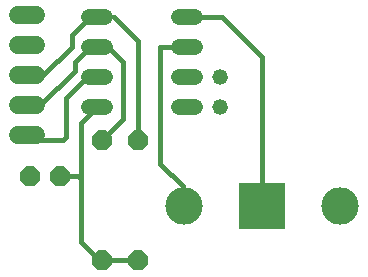
<source format=gbr>
G04 EAGLE Gerber RS-274X export*
G75*
%MOMM*%
%FSLAX34Y34*%
%LPD*%
%INBottom Copper*%
%IPPOS*%
%AMOC8*
5,1,8,0,0,1.08239X$1,22.5*%
G01*
%ADD10C,1.320800*%
%ADD11C,1.320800*%
%ADD12R,3.962400X3.962400*%
%ADD13C,3.175000*%
%ADD14P,1.814519X8X112.500000*%
%ADD15P,1.814519X8X292.500000*%
%ADD16C,1.524000*%
%ADD17P,1.814519X8X202.500000*%
%ADD18C,0.406400*%


D10*
X184150Y170180D03*
X184150Y144780D03*
D11*
X162814Y144780D02*
X149606Y144780D01*
X149606Y170180D02*
X162814Y170180D01*
X162814Y195580D02*
X149606Y195580D01*
X149606Y220980D02*
X162814Y220980D01*
X86614Y220980D02*
X73406Y220980D01*
X73406Y195580D02*
X86614Y195580D01*
X86614Y170180D02*
X73406Y170180D01*
X73406Y144780D02*
X86614Y144780D01*
D12*
X219710Y60960D03*
D13*
X285750Y60960D03*
X153670Y60960D03*
D14*
X83820Y15240D03*
X83820Y116840D03*
D15*
X114300Y116840D03*
X114300Y15240D03*
D16*
X27940Y120650D02*
X12700Y120650D01*
X12700Y146050D02*
X27940Y146050D01*
X27940Y171450D02*
X12700Y171450D01*
X12700Y196850D02*
X27940Y196850D01*
X27940Y222250D02*
X12700Y222250D01*
D17*
X48260Y86360D03*
X22860Y86360D03*
D18*
X219710Y60960D02*
X219710Y186690D01*
X185420Y220980D01*
X156210Y220980D01*
X80010Y144780D02*
X66040Y130810D01*
X66040Y83820D02*
X66040Y30480D01*
X66040Y83820D02*
X66040Y130810D01*
X66040Y30480D02*
X81280Y15240D01*
X83820Y15240D01*
X114300Y15240D01*
X63500Y86360D02*
X48260Y86360D01*
X63500Y86360D02*
X66040Y83820D01*
X114300Y116840D02*
X114300Y200660D01*
X93980Y220980D01*
X34290Y171450D02*
X20320Y171450D01*
X34290Y171450D02*
X58420Y195580D01*
X58420Y205740D01*
X73660Y220980D01*
X80010Y220980D01*
X86360Y220980D01*
X101600Y134620D02*
X83820Y116840D01*
X101600Y134620D02*
X101600Y182880D01*
X88900Y195580D01*
X80010Y195580D02*
X78740Y195580D01*
X80010Y195580D02*
X88900Y195580D01*
X31750Y146050D02*
X20320Y146050D01*
X31750Y146050D02*
X60960Y175260D01*
X60960Y182880D01*
X71120Y193040D01*
X80010Y196850D02*
X81280Y198120D01*
X80010Y196850D02*
X80010Y195580D01*
X76200Y193040D02*
X71120Y193040D01*
X76200Y193040D02*
X80010Y196850D01*
X133350Y195580D02*
X156210Y195580D01*
X133350Y195580D02*
X133350Y96520D01*
X152400Y60960D02*
X153670Y60960D01*
X152400Y77470D02*
X133350Y96520D01*
X152400Y77470D02*
X152400Y60960D01*
X80010Y170180D02*
X71120Y170180D01*
X53340Y152400D01*
X53340Y119380D01*
X50800Y116840D01*
X25400Y116840D01*
X19050Y119380D02*
X17780Y119380D01*
X19050Y119380D02*
X20320Y120650D01*
X22860Y119380D02*
X25400Y116840D01*
X22860Y119380D02*
X19050Y119380D01*
M02*

</source>
